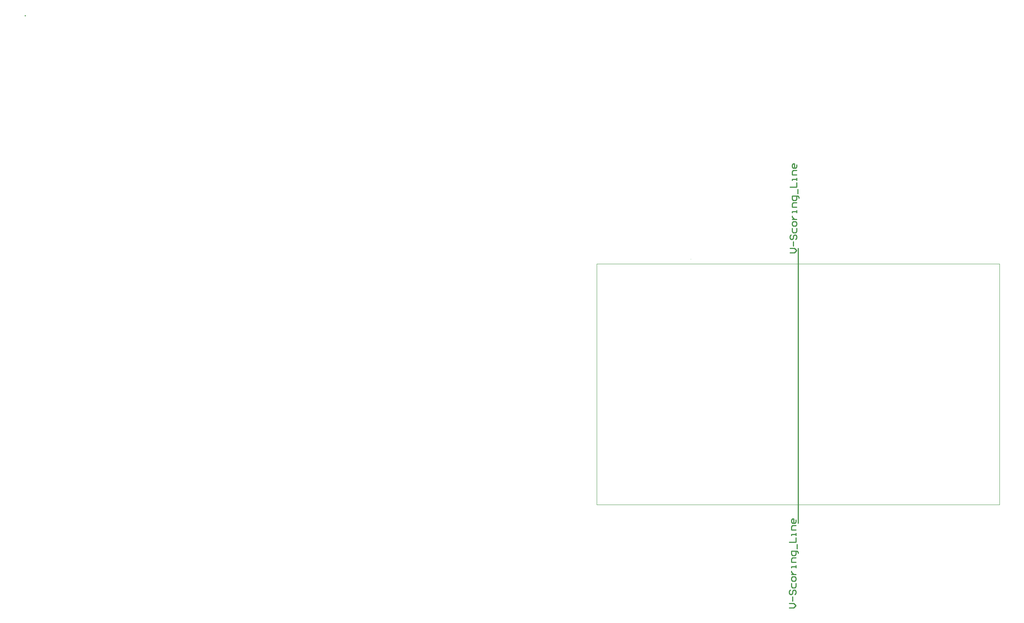
<source format=gbr>
G04*
G04 #@! TF.GenerationSoftware,Altium Limited,Altium Designer,25.4.2 (15)*
G04*
G04 Layer_Color=16711935*
%FSLAX44Y44*%
%MOMM*%
G71*
G04*
G04 #@! TF.SameCoordinates,D781D73C-FE54-440B-B5B4-6B714C508266*
G04*
G04*
G04 #@! TF.FilePolarity,Positive*
G04*
G01*
G75*
%ADD28C,0.2540*%
%ADD49C,0.0254*%
G36*
X2196773Y844396D02*
X2196119D01*
Y845050D01*
X2196773D01*
Y844396D01*
D02*
G37*
G36*
X1736713D02*
X1736059D01*
Y845050D01*
X1736713D01*
Y844396D01*
D02*
G37*
G36*
X2126582Y382099D02*
X2126396D01*
Y382284D01*
X2126582D01*
Y382099D01*
D02*
G37*
G36*
X1666522D02*
X1666336D01*
Y382284D01*
X1666522D01*
Y382099D01*
D02*
G37*
G36*
X2084948Y336777D02*
X2084595D01*
Y337131D01*
X2084948D01*
Y336777D01*
D02*
G37*
G36*
X1624888D02*
X1624535D01*
Y337131D01*
X1624888D01*
Y336777D01*
D02*
G37*
G36*
X2110477Y332228D02*
X2110046D01*
Y332660D01*
X2110477D01*
Y332228D01*
D02*
G37*
G36*
X1650417D02*
X1649986D01*
Y332660D01*
X1650417D01*
Y332228D01*
D02*
G37*
G36*
X2027327Y299659D02*
X2026974D01*
Y300013D01*
X2027327D01*
Y299659D01*
D02*
G37*
G36*
X1567267D02*
X1566914D01*
Y300013D01*
X1567267D01*
Y299659D01*
D02*
G37*
G36*
X2040102Y286895D02*
X2039671D01*
Y287327D01*
X2040102D01*
Y286895D01*
D02*
G37*
G36*
X1580042D02*
X1579611D01*
Y287327D01*
X1580042D01*
Y286895D01*
D02*
G37*
D28*
X1980758Y242316D02*
X1980758Y869442D01*
X218795Y1400706D02*
X219502Y1400000D01*
X1960125Y49530D02*
X1970281D01*
X1975360Y54608D01*
X1970281Y59687D01*
X1960125D01*
X1967742Y64765D02*
Y74922D01*
X1962664Y90157D02*
X1960125Y87618D01*
Y82539D01*
X1962664Y80000D01*
X1965203D01*
X1967742Y82539D01*
Y87618D01*
X1970281Y90157D01*
X1972820D01*
X1975360Y87618D01*
Y82539D01*
X1972820Y80000D01*
X1965203Y105392D02*
Y97774D01*
X1967742Y95235D01*
X1972820D01*
X1975360Y97774D01*
Y105392D01*
Y113010D02*
Y118088D01*
X1972820Y120627D01*
X1967742D01*
X1965203Y118088D01*
Y113010D01*
X1967742Y110470D01*
X1972820D01*
X1975360Y113010D01*
X1965203Y125705D02*
X1975360D01*
X1970281D01*
X1967742Y128244D01*
X1965203Y130784D01*
Y133323D01*
X1975360Y140940D02*
Y146019D01*
Y143480D01*
X1965203D01*
Y140940D01*
X1975360Y153636D02*
X1965203D01*
Y161254D01*
X1967742Y163793D01*
X1975360D01*
X1980438Y173950D02*
Y176489D01*
X1977899Y179028D01*
X1965203D01*
Y171411D01*
X1967742Y168871D01*
X1972820D01*
X1975360Y171411D01*
Y179028D01*
X1977899Y184107D02*
Y194263D01*
X1960125Y199342D02*
X1975360D01*
Y209498D01*
Y214577D02*
Y219655D01*
Y217116D01*
X1965203D01*
Y214577D01*
X1975360Y227272D02*
X1965203D01*
Y234890D01*
X1967742Y237429D01*
X1975360D01*
Y250125D02*
Y245047D01*
X1972820Y242508D01*
X1967742D01*
X1965203Y245047D01*
Y250125D01*
X1967742Y252664D01*
X1970281D01*
Y242508D01*
X1962157Y859536D02*
X1972313D01*
X1977392Y864614D01*
X1972313Y869693D01*
X1962157D01*
X1969774Y874771D02*
Y884928D01*
X1964696Y900163D02*
X1962157Y897624D01*
Y892545D01*
X1964696Y890006D01*
X1967235D01*
X1969774Y892545D01*
Y897624D01*
X1972313Y900163D01*
X1974852D01*
X1977392Y897624D01*
Y892545D01*
X1974852Y890006D01*
X1967235Y915398D02*
Y907780D01*
X1969774Y905241D01*
X1974852D01*
X1977392Y907780D01*
Y915398D01*
Y923016D02*
Y928094D01*
X1974852Y930633D01*
X1969774D01*
X1967235Y928094D01*
Y923016D01*
X1969774Y920476D01*
X1974852D01*
X1977392Y923016D01*
X1967235Y935711D02*
X1977392D01*
X1972313D01*
X1969774Y938251D01*
X1967235Y940790D01*
Y943329D01*
X1977392Y950946D02*
Y956025D01*
Y953486D01*
X1967235D01*
Y950946D01*
X1977392Y963642D02*
X1967235D01*
Y971260D01*
X1969774Y973799D01*
X1977392D01*
X1982470Y983956D02*
Y986495D01*
X1979931Y989034D01*
X1967235D01*
Y981417D01*
X1969774Y978877D01*
X1974852D01*
X1977392Y981417D01*
Y989034D01*
X1979931Y994112D02*
Y1004269D01*
X1962157Y1009348D02*
X1977392D01*
Y1019504D01*
Y1024583D02*
Y1029661D01*
Y1027122D01*
X1967235D01*
Y1024583D01*
X1977392Y1037279D02*
X1967235D01*
Y1044896D01*
X1969774Y1047435D01*
X1977392D01*
Y1060131D02*
Y1055053D01*
X1974852Y1052514D01*
X1969774D01*
X1967235Y1055053D01*
Y1060131D01*
X1969774Y1062670D01*
X1972313D01*
Y1052514D01*
D49*
X1521968Y284226D02*
X2439548D01*
X1521968Y834226D02*
X2439548D01*
Y284226D02*
Y834226D01*
X1521968Y284226D02*
Y834226D01*
M02*

</source>
